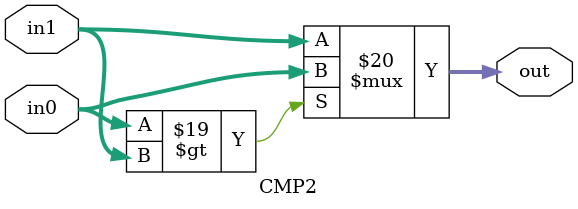
<source format=v>
/**************************************************************************/
// Copyright (c) 2024, OASIS Lab
// MODULE: TETRIS
// FILE NAME: TETRIS.v
// VERSRION: 1.0
// DATE: August 15, 2024
// AUTHOR: Yu-Hsuan Hsu, NYCU IEE
// DESCRIPTION: ICLAB2024FALL / LAB3 / TETRIS
// MODIFICATION HISTORY:
// Date                 Description
// 
/**************************************************************************/
module TETRIS (
	//INPUT
	rst_n,
	clk,
	in_valid,
	tetrominoes,
	position,
	//OUTPUT
	tetris_valid,
	score_valid,
	fail,
	score,
	tetris
);

//---------------------------------------------------------------------
//   PORT DECLARATION          
//---------------------------------------------------------------------
input				rst_n, clk, in_valid;
input		[2:0]	tetrominoes;
input		[2:0]	position;
output reg			tetris_valid, score_valid, fail;
output reg	[3:0]	score;
output reg 	[71:0]	tetris;



//////////////////////////////////
//////////1 CYCLE_w/2 state////////////////
//////////////////////////////////
//---------------------------------------------------------------------
//   PARAMETER & INTEGER DECLARATION
//---------------------------------------------------------------------
localparam IDLE = 0;
localparam DOWN_and_OUT = 1;

integer i;
//---------------------------------------------------------------------
//   REG & WIRE DECLARATION
//---------------------------------------------------------------------
reg state;
reg [5:0] map [0:13];
reg [5:0] n_map [0:13];
reg [3:0] top [0:5];
reg [3:0] set_cnt;

wire [11:0] row_full;

assign row_full[0]  = &map[0];
assign row_full[1]  = &map[1];
assign row_full[2]  = &map[2];
assign row_full[3]  = &map[3];
assign row_full[4]  = &map[4];
assign row_full[5]  = &map[5];
assign row_full[6]  = &map[6];
assign row_full[7]  = &map[7];
assign row_full[8]  = &map[8];
assign row_full[9]  = &map[9];
assign row_full[10] = &map[10];
assign row_full[11] = &map[11];

// wire [11:0] n_row_full;

// assign n_row_full[0]  = &n_map[0];
// assign n_row_full[1]  = &n_map[1];
// assign n_row_full[2]  = &n_map[2];
// assign n_row_full[3]  = &n_map[3];
// assign n_row_full[4]  = &n_map[4];
// assign n_row_full[5]  = &n_map[5];
// assign n_row_full[6]  = &n_map[6];
// assign n_row_full[7]  = &n_map[7];
// assign n_row_full[8]  = &n_map[8];
// assign n_row_full[9]  = &n_map[9];
// assign n_row_full[10] = &n_map[10];
// assign n_row_full[11] = &n_map[11];

// wire cut_flag = |n_row_full;

reg [3:0] cut_level;
reg [2:0] temp_score;
reg [3:0] cmp_in0,cmp_in1,cmp_in2,cmp_in3,cmp_out;



//share cmp
always @(*) begin
	case(tetrominoes)
		0: begin
			cmp_in0 = top[position];
			cmp_in1 = top[position+1];
			cmp_in2 = 0;
			cmp_in3 = 0;
		end
		1: begin
			cmp_in0 = top[position];
			cmp_in1 = 0;
			cmp_in2 = 0;
			cmp_in3 = 0;
		end
		2: begin
			cmp_in0 = top[position];
			cmp_in1 = top[position+1];
			cmp_in2 = top[position+2];
			cmp_in3 = top[position+3];
		end
		3: begin
			cmp_in0 = top[position];
			cmp_in1 = top[position+1]+2;
			cmp_in2 = 0;
			cmp_in3 = 0;
		end
		4: begin//+1
			cmp_in0 = top[position] + 1;
			cmp_in1 = top[position+1];
			cmp_in2 = top[position+2];
			cmp_in3 = 1;
		end
		5: begin
			cmp_in0 = top[position];
			cmp_in1 = top[position+1];
			cmp_in2 = 0;
			cmp_in3 = 0;
		end
		6: begin
			cmp_in0 = top[position];
			cmp_in1 = top[position+1]+1;
			cmp_in2 = 0;
			cmp_in3 = 0;			
		end
		7: begin//+1
			cmp_in0 = top[position]+1;
			cmp_in1 = top[position+1]+1;
			cmp_in2 = top[position+2];
			cmp_in3 = 1;
		end
	endcase
end

CMP4 PP0(.in0(cmp_in0), .in1(cmp_in1),.in2(cmp_in2), .in3(cmp_in3), .out(cmp_out));

always @(posedge clk or negedge rst_n) begin
	if(!rst_n) begin
		state <= IDLE;
	end
	else begin
		case(state)
			IDLE: begin
				if(in_valid) begin
					// if(/*(tetrominoes==1 && top[position]>11) ||*/ cut_flag == 0) state <= DOWN_and_OUT;
					state <= DOWN_and_OUT;
				end 
			end
			DOWN_and_OUT: begin
				if(cut_level == 12) state <= IDLE;
			end
		endcase
	end
end

always @(posedge clk or negedge rst_n) begin
	if(!rst_n) begin
		for(i=0; i < 15 ; i++) begin
		  	map[i] <= 0;
		end
	end
	else begin
		for(i=0; i < 15 ; i++) begin
		  	map[i] <= n_map[i];
		end
	end
end

//map
always @(*) begin
	for(i=0; i < 15 ; i++) begin
	  	n_map[i] = map[i];
	end
	case(state)
		IDLE: begin
			if(in_valid) begin
				case(tetrominoes)
					0: begin
						n_map[cmp_out][position] = 1;
						n_map[cmp_out][position+1] = 1;
						n_map[cmp_out+1][position] = 1;
						n_map[cmp_out+1][position+1] = 1;
					end
					1: begin
						n_map[cmp_out][position] = 1;
						n_map[cmp_out+1][position] = 1;
						n_map[cmp_out+2][position] = 1;
						n_map[cmp_out+3][position] = 1;
					end
					2: begin
						n_map[cmp_out][position] = 1;
						n_map[cmp_out][position+1] = 1;
						n_map[cmp_out][position+2] = 1;
						n_map[cmp_out][position+3] = 1;
					end
					3: begin
						n_map[cmp_out][position] = 1;
						n_map[cmp_out][position+1] = 1;
						n_map[cmp_out-1][position+1] = 1;//-1 = 4'b1111
						n_map[cmp_out-2][position+1] = 1;//-2 = 4'b1110
					end
					4: begin
						/////////CMP////////////-1
						n_map[cmp_out-1][position] = 1;//-1 = 4'b1111
						n_map[cmp_out][position] = 1;
						n_map[cmp_out][position+1] = 1;
						n_map[cmp_out][position+2] = 1;
					end
					5: begin
						n_map[cmp_out][position] = 1;
						n_map[cmp_out+1][position] = 1;
						n_map[cmp_out+2][position] = 1;
						n_map[cmp_out][position+1] = 1;
					end
					6: begin
						n_map[cmp_out][position] = 1;
						n_map[cmp_out+1][position] = 1;
						n_map[cmp_out][position+1] = 1;
						n_map[cmp_out-1][position+1] = 1;//-1 = 4'b1111
					end
					7: begin
						/////////CMP////////////-1
						n_map[cmp_out-1][position] = 1;//-1 = 4'b1111
						n_map[cmp_out-1][position+1] = 1;//-1 = 4'b1111
						n_map[cmp_out][position+1] = 1;
						n_map[cmp_out][position+2] = 1;
					end
				endcase
			end
		end
		DOWN_and_OUT: begin
			if((set_cnt == 15 || fail == 1)&&cut_level==12)begin
				for(i=0; i < 15 ; i++) begin
				  	n_map[i] = 0;
				end
			end
			else begin
				if     (row_full[11] )begin
					for(i=11; i < 13 ; i++) begin
					    n_map[i] = map[i+1];
					end
				end 
				else if(row_full[10] )begin
					for(i=10; i < 13 ; i++) begin
					    n_map[i] = map[i+1];
					end
				end 
				else if(row_full[9] )begin
					for(i=9; i < 13 ; i++) begin
					    n_map[i] = map[i+1];
					end
				end 
				else if(row_full[8] )begin
					for(i=8; i < 13 ; i++) begin
					    n_map[i] = map[i+1];
					end
				end 
				else if(row_full[7] )begin
					for(i=7; i < 13 ; i++) begin
					    n_map[i] = map[i+1];
					end
				end 
				else if(row_full[6] )begin
					for(i=6; i < 13 ; i++) begin
					    n_map[i] = map[i+1];
					end
				end 
				else if(row_full[5] )begin
					for(i=5; i < 13 ; i++) begin
					    n_map[i] = map[i+1];
					end
				end 
				else if(row_full[4] )begin
					for(i=4; i < 13 ; i++) begin
					    n_map[i] = map[i+1];
					end
				end 
				else if(row_full[3] )begin
					for(i=3; i < 13 ; i++) begin
					    n_map[i] = map[i+1];
					end
				end 
				else if(row_full[2] )begin
					for(i=2; i < 13 ; i++) begin
					    n_map[i] = map[i+1];
					end
				end 
				else if(row_full[1])begin
					for(i=1; i < 13 ; i++) begin
					    n_map[i] = map[i+1];
					end
				end 
				else if(row_full[0])begin
					for(i=0; i < 13 ; i++) begin
					    n_map[i] = map[i+1];
					end
				end 
				else begin
					for(i=0; i < 13 ; i++) begin
					    n_map[i] = map[i];
					end
				end //don't need to cut
				n_map[13] = 0;
			end
			
		end
	endcase
end

//top
// always @(posedge clk or negedge rst_n) begin
// 	if(!rst_n) begin
// 		for(i=0; i < 6 ; i++) begin
// 		  top[i] <= 0;
// 		end
// 	end
// 	else begin
// 		if(state == DOWN_and_OUT) begin//fail or cnt==16 change to 0
// 			if((set_cnt != 15 && fail != 1) && cut_level == 12) begin
// 				for(i=0; i < 6 ; i++) begin
// 					if(map[11][i])      top[i] <= 12;
// 					else if(map[10][i]) top[i] <= 11;
// 					else if(map[9][i])  top[i] <= 10;
// 					else if(map[8][i])  top[i] <= 9;
// 					else if(map[7][i])  top[i] <= 8;
// 					else if(map[6][i])  top[i] <= 7;
// 					else if(map[5][i])  top[i] <= 6;
// 					else if(map[4][i])  top[i] <= 5;
// 					else if(map[3][i])  top[i] <= 4;
// 					else if(map[2][i])  top[i] <= 3;
// 					else if(map[1][i])  top[i] <= 2;
// 					else if(map[0][i])  top[i] <= 1;
// 					else top[i] <= 0; 
// 				end
// 			end
// 			else begin
// 				for(i=0; i < 6 ; i++) begin
// 				  	top[i] <= 0;
// 				end
// 			end
// 		end
// 	end
// end

always @(*) begin
	for(i=0; i < 6 ; i++) begin
	if(map[11][i])      top[i] = 12;
	else if(map[10][i]) top[i] = 11;
	else if(map[9][i])  top[i] = 10;
	else if(map[8][i])  top[i] = 9;
	else if(map[7][i])  top[i] = 8;
	else if(map[6][i])  top[i] = 7;
	else if(map[5][i])  top[i] = 6;
	else if(map[4][i])  top[i] = 5;
	else if(map[3][i])  top[i] = 4;
	else if(map[2][i])  top[i] = 3;
	else if(map[1][i])  top[i] = 2;
	else if(map[0][i])  top[i] = 1;
	else top[i] = 0; 
end
end



//set_cnt
always @(posedge clk or negedge rst_n) begin
	if(!rst_n) begin
		  set_cnt <= 0;
	end
	else begin
		if(state == DOWN_and_OUT && cut_level == 12) begin
			if(fail) set_cnt <= 0;
			else set_cnt <= set_cnt + 1;
		end
	end
end

//cut_level
always @(*) begin
	if     (row_full[0] ) cut_level = 0;
	else if(row_full[1] ) cut_level = 1;
	else if(row_full[2] ) cut_level = 2;
	else if(row_full[3] ) cut_level = 3;
	else if(row_full[4] ) cut_level = 4;
	else if(row_full[5] ) cut_level = 5;
	else if(row_full[6] ) cut_level = 6;
	else if(row_full[7] ) cut_level = 7;
	else if(row_full[8] ) cut_level = 8;
	else if(row_full[9] ) cut_level = 9;
	else if(row_full[10]) cut_level = 10;
	else if(row_full[11]) cut_level = 11;
	else cut_level = 12;//don't need to cut
end

//temp_score
always @(posedge clk or negedge rst_n) begin
	if(!rst_n) begin
		  temp_score <= 0;
	end
	else begin
		if(state == DOWN_and_OUT) begin
			if(cut_level != 12) begin
				temp_score <= temp_score + 1;
			end
			else if(set_cnt == 15 || fail == 1) begin
				temp_score <= 0;
			end
		end
	end
end

always @(*) begin
	if(state == DOWN_and_OUT && map[12]&& cut_level == 12) begin
		fail = 1;
	end
	else fail = 0;
end

always @(*) begin
	if(state == DOWN_and_OUT && cut_level == 12) begin
		score = temp_score;
	end
	else score = 0;
end

always @(*) begin
	if(state == DOWN_and_OUT && cut_level == 12) begin
		score_valid = 1;
	end
	else score_valid = 0;
end

always @(*) begin
	if(state == DOWN_and_OUT && cut_level == 12 && (set_cnt == 15 || fail == 1)) begin
		tetris_valid = 1;
	end
	else tetris_valid = 0;
end

always @(*) begin
	if(state == DOWN_and_OUT && cut_level == 12 && (set_cnt == 15 || fail)) begin
		tetris = {map[11],map[10],map[9],map[8],map[7],map[6],map[5],map[4],map[3],map[2],map[1],map[0]};
	end
	else tetris = 0;
end

endmodule

module CMP4(input [3:0] in0,
			input [3:0] in1,
			input [3:0] in2,
			input [3:0] in3,
			output [3:0] out
);
	wire [3:0] temp0,temp1;
	CMP2 p0(.in0(in0), .in1(in1), .out(temp0));
	CMP2 p1(.in0(in2), .in1(in3), .out(temp1));
	CMP2 p2(.in0(temp0), .in1(temp1), .out(out));
endmodule


module CMP2 (
	input [3:0] in0,
	input [3:0] in1,
	output [3:0] out
);
    assign out = in0 > in1 ? in0 : in1;
endmodule







































//////////////////////////////////
//////////1 CYCLE/////////////////
//////////////////////////////////
//---------------------------------------------------------------------
//   PARAMETER & INTEGER DECLARATION
//---------------------------------------------------------------------
// localparam IDLE = 0;
// localparam DOWN = 1;
// localparam OVER = 2;
// 
// integer i;
// ---------------------------------------------------------------------
//   REG & WIRE DECLARATION
// ---------------------------------------------------------------------
// reg [1:0] state;
// reg [5:0] map [0:14];
// reg [5:0] n_map [0:14];
// reg [3:0] top [0:5];
// reg [3:0] set_cnt;
// 
// wire [11:0] row_full;
// 
// assign row_full[0]  = &map[0];
// assign row_full[1]  = &map[1];
// assign row_full[2]  = &map[2];
// assign row_full[3]  = &map[3];
// assign row_full[4]  = &map[4];
// assign row_full[5]  = &map[5];
// assign row_full[6]  = &map[6];
// assign row_full[7]  = &map[7];
// assign row_full[8]  = &map[8];
// assign row_full[9]  = &map[9];
// assign row_full[10] = &map[10];
// assign row_full[11] = &map[11];
// 
// wire [11:0] n_row_full;
// 
// assign n_row_full[0]  = &n_map[0];
// assign n_row_full[1]  = &n_map[1];
// assign n_row_full[2]  = &n_map[2];
// assign n_row_full[3]  = &n_map[3];
// assign n_row_full[4]  = &n_map[4];
// assign n_row_full[5]  = &n_map[5];
// assign n_row_full[6]  = &n_map[6];
// assign n_row_full[7]  = &n_map[7];
// assign n_row_full[8]  = &n_map[8];
// assign n_row_full[9]  = &n_map[9];
// assign n_row_full[10] = &n_map[10];
// assign n_row_full[11] = &n_map[11];
// assign n_row_full[12] = &n_map[12];
// assign n_row_full[13] = &n_map[13];
// assign n_row_full[14] = &n_map[14];
// // 
// // wire cut_flag = |n_row_full;
// reg [3:0] or_in0,or_in1,or_in2,or_in3;
// // 
// wire cut_flag = or_in0 | or_in1 | or_in2 | or_in3;
// 
// wire [2:0] down_cnt;
// assign down_cnt = row_full[0] + row_full[1] + row_full[2] + 
					// row_full[3] + row_full[4] + row_full[5] +
					// row_full[6] + row_full[7] + row_full[8] +
					// row_full[9] + row_full[10] + row_full[11];
// 
// reg [3:0] cut_level;
// reg [3:0] temp_score;
// reg temp_fail;
// reg [3:0] cmp_in0,cmp_in1,cmp_in2,cmp_in3,cmp_out;
// 
// ---------------------------------------------------------------------
//   DESIGN
// ---------------------------------------------------------------------
//share or gate
// always @(*) begin
// 	case(tetrominoes)
// 		0: begin
// 			or_in0 = n_row_full[cmp_out];
// 			or_in1 = n_row_full[cmp_out + 1];
// 			or_in2 = 0;
// 			or_in3 = 0;
// 		end
// 		1: begin
// 			or_in0 = n_row_full[cmp_out];
// 			or_in1 = n_row_full[cmp_out + 1];
// 			or_in2 = n_row_full[cmp_out + 2];
// 			or_in3 = top[position]==12 ? 0 : n_row_full[cmp_out + 3]; //for pat41
// 		end
// 		2: begin
// 			or_in0 = n_row_full[cmp_out];
// 			or_in1 = 0;
// 			or_in2 = 0;
// 			or_in3 = 0;
// 		end
// 		3: begin
// 			or_in0 = n_row_full[cmp_out];
// 			or_in1 = n_row_full[cmp_out - 1];
// 			or_in2 = n_row_full[cmp_out - 2];
// 			or_in3 = 0;
// 		end
// 		4: begin//-1
// 			or_in0 = n_row_full[cmp_out];
// 			or_in1 = n_row_full[cmp_out - 1];
// 			or_in2 = 0;
// 			or_in3 = 0;
// 		end
// 		5: begin
// 			or_in0 = n_row_full[cmp_out];
// 			or_in1 = n_row_full[cmp_out + 1];
// 			or_in2 = n_row_full[cmp_out + 2];
// 			or_in3 = 0;
// 		end
// 		6: begin
// 			or_in0 = n_row_full[cmp_out];
// 			or_in1 = n_row_full[cmp_out - 1];
// 			or_in2 = n_row_full[cmp_out + 1];
// 			or_in3 = 0;
// 		end
// 		7: begin//-1
// 			or_in0 = n_row_full[cmp_out];
// 			or_in1 = n_row_full[cmp_out - 1];
// 			or_in2 = 0;
// 			or_in3 = 0;
// 		end
// 	endcase
// end
// 
// 
// 
// 
// 
// 
// 
// share cmp
// always @(*) begin
	// case(tetrominoes)
		// 0: begin
			// cmp_in0 = top[position];
			// cmp_in1 = top[position+1];
			// cmp_in2 = 0;
			// cmp_in3 = 0;
		// end
		// 1: begin
			// cmp_in0 = top[position];
			// cmp_in1 = 0;
			// cmp_in2 = 0;
			// cmp_in3 = 0;
		// end
		// 2: begin
			// cmp_in0 = top[position];
			// cmp_in1 = top[position+1];
			// cmp_in2 = top[position+2];
			// cmp_in3 = top[position+3];
		// end
		// 3: begin
			// cmp_in0 = top[position];
			// cmp_in1 = top[position+1]+2;
			// cmp_in2 = 0;
			// cmp_in3 = 0;
		// end
		// 4: begin//+1
			// cmp_in0 = top[position] + 1;
			// cmp_in1 = top[position+1];
			// cmp_in2 = top[position+2];
			// cmp_in3 = 1;
		// end
		// 5: begin
			// cmp_in0 = top[position];
			// cmp_in1 = top[position+1];
			// cmp_in2 = 0;
			// cmp_in3 = 0;
		// end
		// 6: begin
			// cmp_in0 = top[position];
			// cmp_in1 = top[position+1]+1;
			// cmp_in2 = 0;
			// cmp_in3 = 0;			
		// end
		// 7: begin//+1
			// cmp_in0 = top[position]+1;
			// cmp_in1 = top[position+1]+1;
			// cmp_in2 = top[position+2];
			// cmp_in3 = 1;
		// end
	// endcase
// end
// 
// CMP4 PP0(.in0(cmp_in0), .in1(cmp_in1),.in2(cmp_in2), .in3(cmp_in3), .out(cmp_out));
// 
// always @(posedge clk or negedge rst_n) begin
	// if(!rst_n) begin
		// state <= IDLE;
	// end
	// else begin
		// case(state)
			// IDLE: begin
				// if(in_valid) begin
					// if(/*(tetrominoes==1 && top[position]>11) ||*/ cut_flag == 0) state <= OVER;
					// else state <= DOWN;
				// end 
			// end
			// DOWN: begin
				// if(down_cnt == 1) state <= OVER;
			// end
			// OVER: state <= IDLE;
		// endcase
	// end
// end
// 
// always @(posedge clk or negedge rst_n) begin
	// if(!rst_n) begin
		// for(i=0; i < 15 ; i++) begin
		  	// map[i] <= 0;
		// end
	// end
	// else begin
		// for(i=0; i < 15 ; i++) begin
		  	// map[i] <= n_map[i];
		// end
	// end
// end
// 
// map
// always @(*) begin
	// for(i=0; i < 15 ; i++) begin
	  	// n_map[i] = map[i];
	// end
	// case(state)
		// IDLE: begin
			// if(in_valid) begin
				// case(tetrominoes)
					// 0: begin
						// n_map[cmp_out][position] = 1;
						// n_map[cmp_out][position+1] = 1;
						// n_map[cmp_out+1][position] = 1;
						// n_map[cmp_out+1][position+1] = 1;
					// end
					// 1: begin
						// n_map[cmp_out][position] = 1;
						// n_map[cmp_out+1][position] = 1;
						// n_map[cmp_out+2][position] = 1;
						// n_map[cmp_out+3][position] = 1;
					// end
					// 2: begin
						// n_map[cmp_out][position] = 1;
						// n_map[cmp_out][position+1] = 1;
						// n_map[cmp_out][position+2] = 1;
						// n_map[cmp_out][position+3] = 1;
					// end
					// 3: begin
						// n_map[cmp_out][position] = 1;
						// n_map[cmp_out][position+1] = 1;
						// n_map[cmp_out-1][position+1] = 1;
						// n_map[cmp_out-2][position+1] = 1;
					// end
					// 4: begin
						///////CMP////////////-1
						// n_map[cmp_out-1][position] = 1;
						// n_map[cmp_out][position] = 1;
						// n_map[cmp_out][position+1] = 1;
						// n_map[cmp_out][position+2] = 1;
					// end
					// 5: begin
						// n_map[cmp_out][position] = 1;
						// n_map[cmp_out+1][position] = 1;
						// n_map[cmp_out+2][position] = 1;
						// n_map[cmp_out][position+1] = 1;
					// end
					// 6: begin
						// n_map[cmp_out][position] = 1;
						// n_map[cmp_out+1][position] = 1;
						// n_map[cmp_out][position+1] = 1;
						// n_map[cmp_out-1][position+1] = 1;
					// end
					// 7: begin
						///////CMP////////////-1
						// n_map[cmp_out-1][position] = 1;
						// n_map[cmp_out-1][position+1] = 1;
						// n_map[cmp_out][position+1] = 1;
						// n_map[cmp_out][position+2] = 1;
					// end
				// endcase
			// end
		// end
		// DOWN: begin
			// case(cut_level)
			// 	0: begin
			// 		for(i=0; i < 14 ; i++) begin
			// 			n_map[i] = map[i+1];
			// 		end
			// 	end
			// 	1: begin
			// 		for(i=1; i < 14 ; i++) begin
			// 			n_map[i] = map[i+1];
			// 		end
			// 	end
			// 	2: begin
            //         for(i=2; i < 14 ; i++) begin
            //             n_map[i] = map[i+1];
            //         end
            //     end
			// 	3: begin
            //         for(i=3; i < 14 ; i++) begin
            //             n_map[i] = map[i+1];
            //         end
            //     end
			// 	4: begin
            //         for(i=4; i < 14 ; i++) begin
            //             n_map[i] = map[i+1];
            //         end
            //     end
			// 	5: begin
            //         for(i=5; i < 14 ; i++) begin
            //             n_map[i] = map[i+1];
            //         end
            //     end
			// 	6: begin
            //         for(i=6; i < 14 ; i++) begin
            //             n_map[i] = map[i+1];
            //         end
            //     end
			// 	7: begin
            //         for(i=7; i < 14 ; i++) begin
            //             n_map[i] = map[i+1];
            //         end
            //     end
			// 	8: begin
            //         for(i=8; i < 14 ; i++) begin
            //             n_map[i] = map[i+1];
            //         end
            //     end
			// 	9: begin
            //         for(i=9; i < 14 ; i++) begin
            //             n_map[i] = map[i+1];
            //         end
            //     end
			// 	10: begin
            //         for(i=10; i < 14 ; i++) begin
            //             n_map[i] = map[i+1];
            //         end
            //     end
			// 	11: begin
            //         for(i=11; i < 14 ; i++) begin
            //             n_map[i] = map[i+1];
            //         end
            //     end
				// 12: begin
                //     for(i=12; i < 14 ; i++) begin
                //         n_map[i] = map[i+1];
                //     end
                // end
			// 	13: begin
            //         for(i=13; i < 14 ; i++) begin
            //             n_map[i] = map[i+1];
            //         end
            //     end
			// endcase
			// if     (row_full[11] )begin
				// for(i=11; i < 14 ; i++) begin
				    // n_map[i] = map[i+1];
				// end
			// end 
			// else if(row_full[10] )begin
				// for(i=10; i < 14 ; i++) begin
				    // n_map[i] = map[i+1];
				// end
			// end 
			// else if(row_full[9] )begin
				// for(i=9; i < 14 ; i++) begin
				    // n_map[i] = map[i+1];
				// end
			// end 
			// else if(row_full[8] )begin
				// for(i=8; i < 14 ; i++) begin
				    // n_map[i] = map[i+1];
				// end
			// end 
			// else if(row_full[7] )begin
				// for(i=7; i < 14 ; i++) begin
				    // n_map[i] = map[i+1];
				// end
			// end 
			// else if(row_full[6] )begin
				// for(i=6; i < 14 ; i++) begin
				    // n_map[i] = map[i+1];
				// end
			// end 
			// else if(row_full[5] )begin
				// for(i=5; i < 14 ; i++) begin
				    // n_map[i] = map[i+1];
				// end
			// end 
			// else if(row_full[4] )begin
				// for(i=4; i < 14 ; i++) begin
				    // n_map[i] = map[i+1];
				// end
			// end 
			// else if(row_full[3] )begin
				// for(i=3; i < 14 ; i++) begin
				    // n_map[i] = map[i+1];
				// end
			// end 
			// else if(row_full[2] )begin
				// for(i=2; i < 14 ; i++) begin
				    // n_map[i] = map[i+1];
				// end
			// end 
			// else if(row_full[1])begin
				// for(i=1; i < 14 ; i++) begin
				    // n_map[i] = map[i+1];
				// end
			// end 
			// else if(row_full[0])begin
				// for(i=0; i < 14 ; i++) begin
				    // n_map[i] = map[i+1];
				// end
			// end 
			// else begin
				// for(i=0; i < 14 ; i++) begin
				    // n_map[i] = map[i];
				// end
			// end //don't need to cut
			// n_map[14] = 0;
		// end
		// OVER: begin
			// if(set_cnt == 15 || fail == 1)begin
				// for(i=0; i < 15 ; i++) begin
				  	// n_map[i] = 0;
				// end
			// end
		// end
	// endcase
// end
// 
// top
// always @(posedge clk or negedge rst_n) begin
	// if(!rst_n) begin
		// for(i=0; i < 6 ; i++) begin
		//   top[i] <= 0;
		// end
	// end
	// else begin
		// if(state == OVER) begin//fail or cnt==16 change to 0
			// if(set_cnt != 15 && fail != 1) begin
				// for(i=0; i < 6 ; i++) begin
					// if(map[11][i])      top[i] <= 12;
					// else if(map[10][i]) top[i] <= 11;
					// else if(map[9][i])  top[i] <= 10;
					// else if(map[8][i])  top[i] <= 9;
					// else if(map[7][i])  top[i] <= 8;
					// else if(map[6][i])  top[i] <= 7;
					// else if(map[5][i])  top[i] <= 6;
					// else if(map[4][i])  top[i] <= 5;
					// else if(map[3][i])  top[i] <= 4;
					// else if(map[2][i])  top[i] <= 3;
					// else if(map[1][i])  top[i] <= 2;
					// else if(map[0][i])  top[i] <= 1;
					// else top[i] <= 0; 
				// end
			// 
			// end
			// else begin
				// for(i=0; i < 6 ; i++) begin
				  	// top[i] <= 0;
				// end
			// end
		// end
	// end
// end
// 
// set_cnt
// always @(posedge clk or negedge rst_n) begin
	// if(!rst_n) begin
		//   set_cnt <= 0;
	// end
	// else begin
		// if(state == OVER) begin
			// if(fail) set_cnt <= 0;
			// else set_cnt <= set_cnt + 1;
		// end
	// end
// end
// 
// cut_level
// always @(*) begin
// 	if     (row_full[0] ) cut_level = 0;
// 	else if(row_full[1] ) cut_level = 1;
// 	else if(row_full[2] ) cut_level = 2;
// 	else if(row_full[3] ) cut_level = 3;
// 	else if(row_full[4] ) cut_level = 4;
// 	else if(row_full[5] ) cut_level = 5;
// 	else if(row_full[6] ) cut_level = 6;
// 	else if(row_full[7] ) cut_level = 7;
// 	else if(row_full[8] ) cut_level = 8;
// 	else if(row_full[9] ) cut_level = 9;
// 	else if(row_full[10]) cut_level = 10;
// 	else if(row_full[11]) cut_level = 11;
// 	else cut_level = 12;//don't need to cut
// end
// 
// 
// temp_score
// always @(posedge clk or negedge rst_n) begin
	// if(!rst_n) begin
		//   temp_score <= 0;
	// end
	// else begin
		// case(state)
			// DOWN: begin
				// temp_score <= temp_score + 1;
			// end
			// OVER: begin
				// if(set_cnt == 15 || fail == 1) begin
					// temp_score <= 0;
				// end
			// end
		// endcase
	// end
// end
// 
//////////////fail ver1////////////////
// fail////////can be optimized
// always @(posedge clk or negedge rst_n) begin
// 	if(!rst_n) begin
// 		  temp_fail <= 0;
// 	end
// 	else begin
// 		case(state)
// 			IDLE: begin
// 				if(in_valid && (/*(tetrominoes==1 && top[position]>11) ||*/ n_map[12])) begin//////can be change
// 					temp_fail <= 1;
// 				end 
// 			end
// 			DOWN: begin
// 				if(n_map[12] ) begin
// 					temp_fail <= 1;
// 				end
// 				else begin
// 					temp_fail <= 0;
// 				end
// 			end
// 			OVER: temp_fail <= 0;
// 		endcase
// 	end
// end
// always @(*) begin
	// if(state == OVER && map[12]) begin
		// fail = 1;
	// end
	// else fail = 0;
// end
// 
//////////////fail ver2////////////////
// always @(posedge clk or negedge rst_n) begin
// 	if(!rst_n) begin
// 	  	fail <= 0;
// 	end
// 	else begin
// 		case(state)
// 			IDLE: begin
// 				if(in_valid && n_map[12] && cut_flag==0) begin
// 					fail <= 1;
// 				end
// 			end
// 			DOWN: begin
// 				if(down_cnt==1 && n_map[12]) begin
// 					fail <= 1;
// 				end
// 			end
// 			default:fail <=0;
// 		endcase
// 	end
// end
// 
// always @(*) begin
	// if(state == OVER) begin
		// score = temp_score;
	// end
	// else score = 0;
// end
// 
// always @(*) begin
	// if(state == OVER) begin
		// score_valid = 1;
	// end
	// else score_valid = 0;
// end
// 
// always @(*) begin
	// if(state == OVER && (set_cnt == 15 || fail == 1)) begin
		// tetris_valid = 1;
	// end
	// else tetris_valid = 0;
// end
// 
// always @(*) begin
	// if(state == OVER && (set_cnt == 15 || fail)) begin
		// tetris = {map[11],map[10],map[9],map[8],map[7],map[6],map[5],map[4],map[3],map[2],map[1],map[0]};
	// end
	// else tetris = 0;
// end
// 
// 
// 
// endmodule
// 
// 
// 
// 
// 
// 
// module CMP4(input [3:0] in0,
			// input [3:0] in1,
			// input [3:0] in2,
			// input [3:0] in3,
			// output [3:0] out
// );
	// wire [3:0] temp0,temp1;
	// CMP2 p0(.in0(in0), .in1(in1), .out(temp0));
	// CMP2 p1(.in0(in2), .in1(in3), .out(temp1));
	// CMP2 p2(.in0(temp0), .in1(temp1), .out(out));
// endmodule
// 
// 
// module CMP2 (
	// input [3:0] in0,
	// input [3:0] in1,
	// output [3:0] out
// );
    // assign out = in0 > in1 ? in0 : in1;
// endmodule
// 
// 
// 
// 
















//////////////////////////////////
//////////2 CYCLE/////////////////
//////////////////////////////////
// //---------------------------------------------------------------------
// //   PARAMETER & INTEGER DECLARATION
// //---------------------------------------------------------------------
// localparam IDLE = 0;
// localparam DTERMINE_CUT = 1;
// localparam DOWN = 2;
// localparam OVER = 3;

// integer i;
// //---------------------------------------------------------------------
// //   REG & WIRE DECLARATION
// //---------------------------------------------------------------------
// reg [1:0] state;
// reg [5:0] map [0:14];
// reg [5:0] n_map [0:14];
// reg [3:0] top [0:5];
// reg [3:0] set_cnt;

// reg [2:0] tetrominoes_reg;
// reg [2:0] position_reg;



// wire [11:0] row_full,n_row_full;
// assign row_full[0]  = &map[0];
// assign row_full[1]  = &map[1];
// assign row_full[2]  = &map[2];
// assign row_full[3]  = &map[3];
// assign row_full[4]  = &map[4];
// assign row_full[5]  = &map[5];
// assign row_full[6]  = &map[6];
// assign row_full[7]  = &map[7];
// assign row_full[8]  = &map[8];
// assign row_full[9]  = &map[9];
// assign row_full[10] = &map[10];
// assign row_full[11] = &map[11];

// assign n_row_full[0]  = &n_map[0];
// assign n_row_full[1]  = &n_map[1];
// assign n_row_full[2]  = &n_map[2];
// assign n_row_full[3]  = &n_map[3];
// assign n_row_full[4]  = &n_map[4];
// assign n_row_full[5]  = &n_map[5];
// assign n_row_full[6]  = &n_map[6];
// assign n_row_full[7]  = &n_map[7];
// assign n_row_full[8]  = &n_map[8];
// assign n_row_full[9]  = &n_map[9];
// assign n_row_full[10] = &n_map[10];
// assign n_row_full[11] = &n_map[11];

// wire cut_flag = |n_row_full;



// wire [2:0] down_cnt;
// assign down_cnt = row_full[0] + row_full[1] + row_full[2] + 
// 					row_full[3] + row_full[4] + row_full[5] +
// 					row_full[6] + row_full[7] + row_full[8] +
// 					row_full[9] + row_full[10] + row_full[11];


// reg [3:0] cut_level;
// // wire fail_test = ((state==OVER) && ((map[12]!=0)||(tetrominoes==1 && top[position]>11)));

// reg [3:0] temp_score;
// reg [2:0] temp_max0,temp_max1, max;

// reg temp_fail;

// reg [3:0] cmp_in0,cmp_in1,cmp_in2,cmp_in3,cmp_out;
// //---------------------------------------------------------------------
// //   DESIGN
// //---------------------------------------------------------------------
// always @(*) begin
// 	case(tetrominoes_reg)
// 		0: begin
// 			cmp_in0 = top[position_reg];
// 			cmp_in1 = top[position_reg+1];
// 			cmp_in2 = 0;
// 			cmp_in3 = 0;
// 		end
// 		1: begin
// 			cmp_in0 = top[position_reg];
// 			cmp_in1 = 0;
// 			cmp_in2 = 0;
// 			cmp_in3 = 0;
// 		end
// 		2: begin
// 			cmp_in0 = top[position_reg];
// 			cmp_in1 = top[position_reg+1];
// 			cmp_in2 = top[position_reg+2];
// 			cmp_in3 = top[position_reg+3];
// 		end
// 		3: begin
// 			cmp_in0 = top[position_reg];
// 			cmp_in1 = top[position_reg+1]+2;
// 			cmp_in2 = 0;
// 			cmp_in3 = 0;
// 		end
// 		4: begin//+1
// 			cmp_in0 = top[position_reg] + 1;
// 			cmp_in1 = top[position_reg+1];
// 			cmp_in2 = top[position_reg+2];
// 			cmp_in3 = 1;
// 		end
// 		5: begin
// 			cmp_in0 = top[position_reg];
// 			cmp_in1 = top[position_reg+1];
// 			cmp_in2 = 0;
// 			cmp_in3 = 0;
// 		end
// 		6: begin
// 			cmp_in0 = top[position_reg];
// 			cmp_in1 = top[position_reg+1]+1;
// 			cmp_in2 = 0;
// 			cmp_in3 = 0;			
// 		end
// 		7: begin//+1
// 			cmp_in0 = top[position_reg]+1;
// 			cmp_in1 = top[position_reg+1]+1;
// 			cmp_in2 = top[position_reg+2];
// 			cmp_in3 = 1;
// 		end
// 		default: begin
// 			cmp_in0 = 0;
// 			cmp_in1 = 0;
// 			cmp_in2 = 0;
// 			cmp_in3 = 0;
// 		end
// 	endcase
// end

// CMP4 PP0(.in0(cmp_in0), .in1(cmp_in1),.in2(cmp_in2), .in3(cmp_in3), .out(cmp_out));



// always @(posedge clk or negedge rst_n) begin
// 	if(!rst_n) begin
// 		tetrominoes_reg <= 0;
// 		position_reg <= 0;
// 	end
// 	else begin
// 		if(state == IDLE && in_valid) begin
// 			tetrominoes_reg <= tetrominoes;
// 			position_reg <= position;
// 		end
// 		// else begin
// 		// 	tetrominoes_reg <= tetrominoes_reg;
// 		// 	position_reg <= position_reg;
// 		// end
// 	end
// end



// always @(posedge clk or negedge rst_n) begin
// 	if(!rst_n) begin
// 		state <= IDLE;
// 	end
// 	else begin
// 		case(state)
// 			IDLE: begin
// 				if(in_valid) begin
// 					if(tetrominoes==1 && top[position]>11) state <= OVER;
// 					else state <= DTERMINE_CUT;
// 				end 
// 			end
// 			DTERMINE_CUT: begin 
// 				if(cut_flag) state <= DOWN;
// 				else state <= OVER;
// 			end
// 			DOWN: begin
// 				if(down_cnt == 1) state <= OVER;
// 			end
// 			OVER: state <= IDLE;
// 			default: begin
// 				state <= state;
// 			end
// 		endcase
// 	end
// end
// always @(posedge clk or negedge rst_n) begin
// 	if(!rst_n) begin
// 		for(i=0; i < 15 ; i++) begin
// 		  	map[i] <= 0;
// 		end
// 	end
// 	else begin
// 		for(i=0; i < 15 ; i++) begin
// 		  	map[i] <= n_map[i];
// 		end
// 	end
// end








// //map
// always @(*) begin
// 		for(i=0; i < 15 ; i++) begin
// 		  	n_map[i] = map[i];
// 		end
// 		temp_max0 = 0;
// 		temp_max1 = 0;
// 		max = 0;
// 		case(state)
// 			IDLE: begin
// 				for(i=0; i < 15 ; i++) begin
// 					n_map[i] = map[i];
// 				end
// 			end
// 			DTERMINE_CUT: begin
// 				// if(in_valid) begin
// 					case(tetrominoes_reg)
// 						0: begin
// 							/////////CMP////////////
// 							n_map[cmp_out][position_reg] = 1;
// 							n_map[cmp_out][position_reg+1] = 1;
// 							n_map[cmp_out+1][position_reg] = 1;
// 							n_map[cmp_out+1][position_reg+1] = 1;

// 							//////////ori/////////////
// 							// if(top[position_reg] >= top[position_reg+1]) begin
// 							// 	n_map[top[position_reg]]  [position_reg]   = 1;//map[top[position_reg]<<2 + top[position_reg]<<1 + position_reg]
// 							// 	n_map[top[position_reg]]  [position_reg+1] = 1;
// 							// 	n_map[top[position_reg]+1][position_reg]   = 1;
// 							// 	n_map[top[position_reg]+1][position_reg+1] = 1;
// 							// end
// 							// else begin
// 							// 	n_map[top[position_reg+1]][position_reg]     = 1;
// 							// 	n_map[top[position_reg+1]][position_reg+1]   = 1;
// 							// 	n_map[top[position_reg+1]+1][position_reg]   = 1;
// 							// 	n_map[top[position_reg+1]+1][position_reg+1] = 1;
// 							// end
// 						end
// 						1: begin
// 							/////////CMP////////////
// 							n_map[cmp_out][position_reg] = 1;
// 							n_map[cmp_out+1][position_reg] = 1;
// 							n_map[cmp_out+2][position_reg] = 1;
// 							n_map[cmp_out+3][position_reg] = 1;

// 							//////////ori/////////////
// 							// if(top[position_reg] <= 12) begin
// 							// 	n_map[top[position_reg]][position_reg]   = 1;
// 							// 	n_map[top[position_reg]+1][position_reg] = 1;
// 							// 	n_map[top[position_reg]+2][position_reg] = 1;
// 							// 	n_map[top[position_reg]+3][position_reg] = 1;
// 							// end
// 						end
// 						2: begin
// 							/////////CMP////////////
// 							n_map[cmp_out][position_reg] = 1;
// 							n_map[cmp_out][position_reg+1] = 1;
// 							n_map[cmp_out][position_reg+2] = 1;
// 							n_map[cmp_out][position_reg+3] = 1;

// 							//////////ori/////////////
// 								// temp_max0 = top[position_reg] > top[position_reg+1] ? position_reg : position_reg+1;
// 								// temp_max1 = top[position_reg+2] > top[position_reg+3] ? position_reg+2 : position_reg+3;
// 								// max = top[temp_max0] > top[temp_max1] ? temp_max0 : temp_max1;

// 								// n_map[top[max]][position_reg]   = 1;
// 								// n_map[top[max]][position_reg+1] = 1;
// 								// n_map[top[max]][position_reg+2] = 1;
// 								// n_map[top[max]][position_reg+3] = 1;
// 						end
// 						3: begin
// 							/////////CMP////////////
// 							n_map[cmp_out][position_reg] = 1;
// 							n_map[cmp_out][position_reg+1] = 1;
// 							n_map[cmp_out-1][position_reg+1] = 1;
// 							n_map[cmp_out-2][position_reg+1] = 1;

// 							//////////ori/////////////
// 								// if(top[position_reg] >= top[position_reg+1]+2) begin
// 								// 	n_map[top[position_reg]][position_reg]     = 1;
// 								// 	n_map[top[position_reg]][position_reg+1]   = 1;
// 								// 	n_map[top[position_reg]-1][position_reg+1] = 1;
// 								// 	n_map[top[position_reg]-2][position_reg+1] = 1;
// 								// end
// 								// else begin
// 								// 	n_map[top[position_reg+1]][position_reg+1]   = 1;
// 								// 	n_map[top[position_reg+1]+1][position_reg+1] = 1;
// 								// 	n_map[top[position_reg+1]+2][position_reg+1] = 1;
// 								// 	n_map[top[position_reg+1]+2][position_reg]   = 1;
//             			        // end
// 						end
// 						4: begin
// 							/////////CMP////////////-1
// 							n_map[cmp_out-1][position_reg] = 1;
// 							n_map[cmp_out][position_reg] = 1;
// 							n_map[cmp_out][position_reg+1] = 1;
// 							n_map[cmp_out][position_reg+2] = 1;

// 							//////////ori/////////////
// 								// if((top[position_reg]+2 >= top[position_reg+1]+1) && (top[position_reg]+2 >= top[position_reg+2]+1)) begin
// 								// 	n_map[top[position_reg]][position_reg]     = 1;
// 								// 	n_map[top[position_reg]+1][position_reg]   = 1;
// 								// 	n_map[top[position_reg]+1][position_reg+1] = 1;
// 								// 	n_map[top[position_reg]+1][position_reg+2] = 1;
// 								// end
// 								// else if((top[position_reg+1]+1 >= top[position_reg]+2) && (top[position_reg+1]+1 >= top[position_reg+2]+1))begin
// 								// 	n_map[top[position_reg+1]][position_reg]   = 1;
// 								// 	n_map[top[position_reg+1]][position_reg+1] = 1;
// 								// 	n_map[top[position_reg+1]][position_reg+2] = 1;
// 								// 	n_map[top[position_reg+1]-1][position_reg] = 1;
// 								// end

// 								// else begin
// 								// 	n_map[top[position_reg+2]][position_reg]   = 1;
// 								// 	n_map[top[position_reg+2]][position_reg+1] = 1;
// 								// 	n_map[top[position_reg+2]][position_reg+2] = 1;
// 								// 	n_map[top[position_reg+2]-1][position_reg] = 1;
// 								// end
// 						end
// 						5: begin
// 							/////////CMP////////////
// 							n_map[cmp_out][position_reg] = 1;
// 							n_map[cmp_out+1][position_reg] = 1;
// 							n_map[cmp_out+2][position_reg] = 1;
// 							n_map[cmp_out][position_reg+1] = 1;

// 							//////////ori/////////////
// 								// if(top[position_reg] >= top[position_reg+1]) begin
// 								// 	n_map[top[position_reg]][position_reg]   = 1;
// 								// 	n_map[top[position_reg]+1][position_reg] = 1;
// 								// 	n_map[top[position_reg]+2][position_reg] = 1;
// 								// 	n_map[top[position_reg]][position_reg+1] = 1;
// 								// end
// 								// else begin
// 								// 	n_map[top[position_reg+1]][position_reg]   = 1;
// 								// 	n_map[top[position_reg+1]+1][position_reg] = 1;
// 								// 	n_map[top[position_reg+1]+2][position_reg] = 1;
// 								// 	n_map[top[position_reg+1]][position_reg+1] = 1;
//             			        // end
// 						end
// 						6: begin
// 							/////////CMP////////////
// 							n_map[cmp_out][position_reg] = 1;
// 							n_map[cmp_out+1][position_reg] = 1;
// 							n_map[cmp_out][position_reg+1] = 1;
// 							n_map[cmp_out-1][position_reg+1] = 1;

// 							//////////ori/////////////
// 								// if(top[position_reg] >= top[position_reg+1] + 1) begin
// 								// 	n_map[top[position_reg]][position_reg]     = 1;
// 								// 	n_map[top[position_reg]+1][position_reg]   = 1;
// 								// 	n_map[top[position_reg]][position_reg+1]   = 1;
// 								// 	n_map[top[position_reg]-1][position_reg+1] = 1;
// 								// end
// 								// else begin
// 								// 	n_map[top[position_reg+1]][position_reg+1]   = 1;
// 								// 	n_map[top[position_reg+1]+1][position_reg+1] = 1;
// 								// 	n_map[top[position_reg+1]+1][position_reg]   = 1;
// 								// 	n_map[top[position_reg+1]+2][position_reg]   = 1;
// 								// end
// 						end
// 						7: begin
// 							/////////CMP////////////-1
// 							n_map[cmp_out-1][position_reg] = 1;
// 							n_map[cmp_out-1][position_reg+1] = 1;
// 							n_map[cmp_out][position_reg+1] = 1;
// 							n_map[cmp_out][position_reg+2] = 1;

// 							//////////ori/////////////
// 								// if(top[position_reg] >= top[position_reg+1] && top[position_reg]+1 >= top[position_reg+2]) begin
// 								// 	n_map[top[position_reg]][position_reg]     = 1;
// 								// 	n_map[top[position_reg]][position_reg+1]   = 1;
// 								// 	n_map[top[position_reg]+1][position_reg+1] = 1;
// 								// 	n_map[top[position_reg]+1][position_reg+2] = 1;
// 								// end
// 								// else if(top[position_reg+1] >= top[position_reg] && top[position_reg+1] +1 >= top[position_reg+2]) begin
// 								// 	n_map[top[position_reg+1]][position_reg]     = 1;
// 								// 	n_map[top[position_reg+1]][position_reg+1]   = 1;
// 								// 	n_map[top[position_reg+1]+1][position_reg+1] = 1;
// 								// 	n_map[top[position_reg+1]+1][position_reg+2] = 1;
// 								// end
// 								// else begin
// 								// 	n_map[top[position_reg+2]-1][position_reg]   = 1;
// 								// 	n_map[top[position_reg+2]-1][position_reg+1] = 1;
// 								// 	n_map[top[position_reg+2]][position_reg+1]   = 1;
// 								// 	n_map[top[position_reg+2]][position_reg+2]   = 1;
// 								// end
// 						end
// 					endcase
// 				// end
// 			end
// 			DOWN: begin
// 				case(cut_level)
// 					0: begin
// 						for(i=0; i < 14 ; i++) begin
// 							n_map[i] = map[i+1];
// 						end
// 					end
// 					1: begin
// 						for(i=1; i < 14 ; i++) begin
// 							n_map[i] = map[i+1];
// 						end
// 					end
// 					2: begin
//                         for(i=2; i < 14 ; i++) begin
//                             n_map[i] = map[i+1];
//                         end
//                     end
// 					3: begin
//                         for(i=3; i < 14 ; i++) begin
//                             n_map[i] = map[i+1];
//                         end
//                     end
// 					4: begin
//                         for(i=4; i < 14 ; i++) begin
//                             n_map[i] = map[i+1];
//                         end
//                     end
// 					5: begin
//                         for(i=5; i < 14 ; i++) begin
//                             n_map[i] = map[i+1];
//                         end
//                     end
// 					6: begin
//                         for(i=6; i < 14 ; i++) begin
//                             n_map[i] = map[i+1];
//                         end
//                     end
// 					7: begin
//                         for(i=7; i < 14 ; i++) begin
//                             n_map[i] = map[i+1];
//                         end
//                     end
// 					8: begin
//                         for(i=8; i < 14 ; i++) begin
//                             n_map[i] = map[i+1];
//                         end
//                     end
// 					9: begin
//                         for(i=9; i < 14 ; i++) begin
//                             n_map[i] = map[i+1];
//                         end
//                     end
// 					10: begin
//                         for(i=10; i < 14 ; i++) begin
//                             n_map[i] = map[i+1];
//                         end
//                     end
// 					11: begin
//                         for(i=11; i < 14 ; i++) begin
//                             n_map[i] = map[i+1];
//                         end
//                     end
// 					// 12: begin
//                     //     for(i=12; i < 14 ; i++) begin
//                     //         n_map[i] = map[i+1];
//                     //     end
//                     // end
// 					// 13: begin
//                     //     for(i=13; i < 14 ; i++) begin
//                     //         n_map[i] = map[i+1];
//                     //     end
//                     // end
					
// 				endcase
// 				n_map[14] = 0;
// 			end
// 			OVER: begin
// 				if(set_cnt == 15 || fail == 1)begin
// 					for(i=0; i < 15 ; i++) begin
// 					  	n_map[i] = 0;
// 					end
// 				end
// 			end
// 		endcase
// end

// //top
// always @(posedge clk or negedge rst_n) begin
// 	if(!rst_n) begin
// 		for(i=0; i < 6 ; i++) begin
// 		  top[i] <= 0;
// 		end
// 	end
// 	else begin
// 		if(state == OVER) begin//fail or cnt==16 change to 0
// 			if(set_cnt != 15 && fail != 1) begin
// 				for(i=0; i < 6 ; i++) begin
// 					if(map[11][i])      top[i] <= 12;
// 					else if(map[10][i]) top[i] <= 11;
// 					else if(map[9][i])  top[i] <= 10;
// 					else if(map[8][i])  top[i] <= 9;
// 					else if(map[7][i])  top[i] <= 8;
// 					else if(map[6][i])  top[i] <= 7;
// 					else if(map[5][i])  top[i] <= 6;
// 					else if(map[4][i])  top[i] <= 5;
// 					else if(map[3][i])  top[i] <= 4;
// 					else if(map[2][i])  top[i] <= 3;
// 					else if(map[1][i])  top[i] <= 2;
// 					else if(map[0][i])  top[i] <= 1;
// 					else top[i] <= 0; 
// 				end
// 			end
// 			else begin
// 				for(i=0; i < 6 ; i++) begin
// 				  	top[i] <= 0;
// 				end
// 			end
// 		end
// 	end
// end

// //set_cnt
// always @(posedge clk or negedge rst_n) begin
// 	if(!rst_n) begin
// 		  set_cnt <= 0;
// 	end
// 	else begin
// 		if(state == OVER) begin
// 			if(fail) set_cnt <= 0;
// 			else set_cnt <= set_cnt + 1;
// 		end
// 	end
// end

// //cut_level
// always @(*) begin
// 	if     (row_full[0] ) cut_level = 0;
// 	else if(row_full[1] ) cut_level = 1;
// 	else if(row_full[2] ) cut_level = 2;
// 	else if(row_full[3] ) cut_level = 3;
// 	else if(row_full[4] ) cut_level = 4;
// 	else if(row_full[5] ) cut_level = 5;
// 	else if(row_full[6] ) cut_level = 6;
// 	else if(row_full[7] ) cut_level = 7;
// 	else if(row_full[8] ) cut_level = 8;
// 	else if(row_full[9] ) cut_level = 9;
// 	else if(row_full[10]) cut_level = 10;
// 	else if(row_full[11]) cut_level = 11;
// 	else cut_level = 12;//don't need to cut
// end

// //fail////////can be optimized
// // always @(posedge clk or negedge rst_n) begin
// // 	if(!rst_n) begin
// // 		  temp_fail <= 0;
// // 	end
// // 	else begin
// // 		case(state)
// // 			IDLE: begin
// // 				if(tetrominoes==1 && top[position]>11) begin//////can be change
// // 					temp_fail <= 1;
// // 				end 
// // 			end
// // 			DTERMINE_CUT, DOWN: begin
// // 				if(n_map[12] ) begin
// // 					temp_fail <= 1;
// // 				end
// // 				else begin
// // 					temp_fail <= 0;
// // 				end
// // 			end
// // 			OVER: temp_fail <= 0;
// // 		endcase
// // 	end
// // end
// // always @(*) begin
// // 	if(state == OVER) begin
// // 		fail = temp_fail;
// // 	end
// // 	else fail = 0;
// // end


// always @(*) begin
// 	if(state == OVER && (map[12] || (tetrominoes_reg==1 && top[position_reg]>11))) begin
// 		fail = 1;
// 	end
// 	else fail = 0;
// end


// //temp_score
// always @(posedge clk or negedge rst_n) begin
// 	if(!rst_n) begin
// 		  temp_score <= 0;
// 	end
// 	else begin
// 		// case(state)
// 		// 	DOWN: begin
// 		// 		temp_score <= temp_score + 1;
// 		// 	end
// 		// 	OVER: begin
// 		// 		if(set_cnt == 15 || fail == 1) begin
// 		// 			temp_score <= 0;
// 		// 		end
// 		// 	end
// 		// endcase
// 		if(state == DOWN) temp_score <= temp_score + 1;
// 		else if(state == OVER) begin
// 			if(set_cnt == 15 || fail == 1) begin
// 				temp_score <= 0;
// 			end
// 		end
// 	end
// end





// always @(*) begin
// 	if(state == OVER) begin
// 		score = temp_score;
// 	end
// 	else score = 0;
// end

// always @(*) begin
// 	if(state == OVER) begin
// 		score_valid = 1;
// 	end
// 	else score_valid = 0;
// end

// always @(*) begin
// 	if(state == OVER && (set_cnt == 15 || fail == 1)) begin
// 		tetris_valid = 1;
// 	end
// 	else tetris_valid = 0;
// end

// always @(*) begin
// 	if(state == OVER && (set_cnt == 15 || fail)) begin
// 		tetris = {map[11],map[10],map[9],map[8],map[7],map[6],map[5],map[4],map[3],map[2],map[1],map[0]};
// 	end
// 	else tetris = 0;
// end
// endmodule


// module CMP4(input [3:0] in0,
// 			input [3:0] in1,
// 			input [3:0] in2,
// 			input [3:0] in3,
// 			output [3:0] out
// );
// 	wire [3:0] temp0,temp1;
// 	CMP2 p0(.in0(in0), .in1(in1), .out(temp0));
// 	CMP2 p1(.in0(in2), .in1(in3), .out(temp1));
// 	CMP2 p2(.in0(temp0), .in1(temp1), .out(out));
// endmodule


// module CMP2 (
// 	input [3:0] in0,
// 	input [3:0] in1,
// 	output [3:0] out
// );
//     assign out = in0 > in1 ? in0 : in1;
// endmodule

</source>
